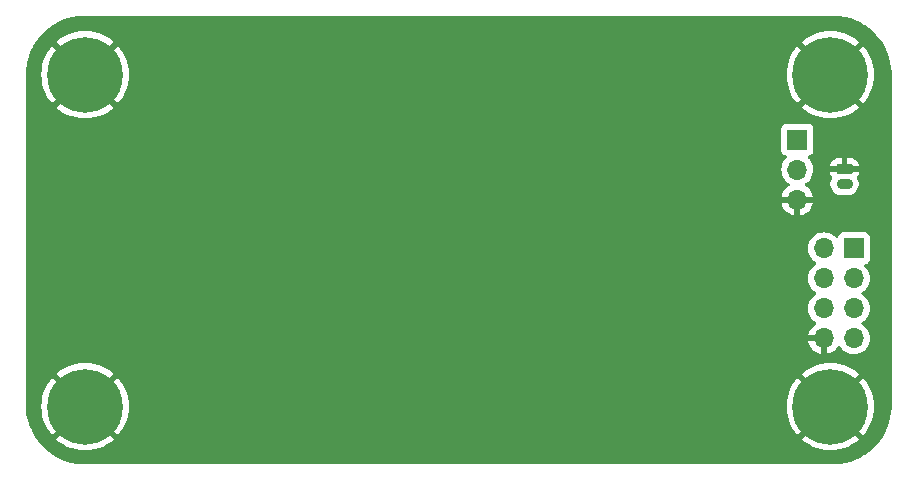
<source format=gbr>
%TF.GenerationSoftware,KiCad,Pcbnew,8.0.2*%
%TF.CreationDate,2024-06-01T14:05:18+02:00*%
%TF.ProjectId,dht,6468742e-6b69-4636-9164-5f7063625858,rev?*%
%TF.SameCoordinates,Original*%
%TF.FileFunction,Copper,L2,Bot*%
%TF.FilePolarity,Positive*%
%FSLAX46Y46*%
G04 Gerber Fmt 4.6, Leading zero omitted, Abs format (unit mm)*
G04 Created by KiCad (PCBNEW 8.0.2) date 2024-06-01 14:05:18*
%MOMM*%
%LPD*%
G01*
G04 APERTURE LIST*
G04 Aperture macros list*
%AMRoundRect*
0 Rectangle with rounded corners*
0 $1 Rounding radius*
0 $2 $3 $4 $5 $6 $7 $8 $9 X,Y pos of 4 corners*
0 Add a 4 corners polygon primitive as box body*
4,1,4,$2,$3,$4,$5,$6,$7,$8,$9,$2,$3,0*
0 Add four circle primitives for the rounded corners*
1,1,$1+$1,$2,$3*
1,1,$1+$1,$4,$5*
1,1,$1+$1,$6,$7*
1,1,$1+$1,$8,$9*
0 Add four rect primitives between the rounded corners*
20,1,$1+$1,$2,$3,$4,$5,0*
20,1,$1+$1,$4,$5,$6,$7,0*
20,1,$1+$1,$6,$7,$8,$9,0*
20,1,$1+$1,$8,$9,$2,$3,0*%
G04 Aperture macros list end*
%TA.AperFunction,ComponentPad*%
%ADD10RoundRect,0.225000X-0.475000X0.225000X-0.475000X-0.225000X0.475000X-0.225000X0.475000X0.225000X0*%
%TD*%
%TA.AperFunction,ComponentPad*%
%ADD11O,1.400000X0.900000*%
%TD*%
%TA.AperFunction,ComponentPad*%
%ADD12C,0.800000*%
%TD*%
%TA.AperFunction,ComponentPad*%
%ADD13C,6.400000*%
%TD*%
%TA.AperFunction,ComponentPad*%
%ADD14R,1.700000X1.700000*%
%TD*%
%TA.AperFunction,ComponentPad*%
%ADD15O,1.700000X1.700000*%
%TD*%
%TA.AperFunction,ViaPad*%
%ADD16C,0.700000*%
%TD*%
G04 APERTURE END LIST*
D10*
%TO.P,J2,1,Pin_1*%
%TO.N,GND*%
X166000000Y-83000000D03*
D11*
%TO.P,J2,2,Pin_2*%
%TO.N,VCC*%
X166000000Y-84250000D03*
%TD*%
D12*
%TO.P,H3,1,1*%
%TO.N,GND*%
X162402944Y-103100000D03*
X163105888Y-101402944D03*
X163105888Y-104797056D03*
X164802944Y-100700000D03*
D13*
X164802944Y-103100000D03*
D12*
X164802944Y-105500000D03*
X166500000Y-101402944D03*
X166500000Y-104797056D03*
X167202944Y-103100000D03*
%TD*%
%TO.P,H2,1,1*%
%TO.N,GND*%
X162402944Y-75000000D03*
X163105888Y-73302944D03*
X163105888Y-76697056D03*
X164802944Y-72600000D03*
D13*
X164802944Y-75000000D03*
D12*
X164802944Y-77400000D03*
X166500000Y-73302944D03*
X166500000Y-76697056D03*
X167202944Y-75000000D03*
%TD*%
%TO.P,H1,1,1*%
%TO.N,GND*%
X99297056Y-103100000D03*
X100000000Y-101402944D03*
X100000000Y-104797056D03*
X101697056Y-100700000D03*
D13*
X101697056Y-103100000D03*
D12*
X101697056Y-105500000D03*
X103394112Y-101402944D03*
X103394112Y-104797056D03*
X104097056Y-103100000D03*
%TD*%
D14*
%TO.P,J1,1,Pin_1*%
%TO.N,VCC*%
X166790000Y-89700000D03*
D15*
%TO.P,J1,2,Pin_2*%
%TO.N,unconnected-(J1-Pin_2-Pad2)*%
X164250000Y-89700000D03*
%TO.P,J1,3,Pin_3*%
%TO.N,unconnected-(J1-Pin_3-Pad3)*%
X166790000Y-92240000D03*
%TO.P,J1,4,Pin_4*%
%TO.N,unconnected-(J1-Pin_4-Pad4)*%
X164250000Y-92240000D03*
%TO.P,J1,5,Pin_5*%
%TO.N,unconnected-(J1-Pin_5-Pad5)*%
X166790000Y-94780000D03*
%TO.P,J1,6,Pin_6*%
%TO.N,IO2*%
X164250000Y-94780000D03*
%TO.P,J1,7,Pin_7*%
%TO.N,unconnected-(J1-Pin_7-Pad7)*%
X166790000Y-97320000D03*
%TO.P,J1,8,Pin_8*%
%TO.N,GND*%
X164250000Y-97320000D03*
%TD*%
D12*
%TO.P,H5,1,1*%
%TO.N,GND*%
X99297056Y-75000000D03*
X100000000Y-73302944D03*
X100000000Y-76697056D03*
X101697056Y-72600000D03*
D13*
X101697056Y-75000000D03*
D12*
X101697056Y-77400000D03*
X103394112Y-73302944D03*
X103394112Y-76697056D03*
X104097056Y-75000000D03*
%TD*%
D15*
%TO.P,J3,3,Pin_3*%
%TO.N,GND*%
X162000000Y-85580000D03*
%TO.P,J3,2,Pin_2*%
%TO.N,IO2*%
X162000000Y-83040000D03*
D14*
%TO.P,J3,1,Pin_1*%
%TO.N,VCC*%
X162000000Y-80500000D03*
%TD*%
D16*
%TO.N,GND*%
X164500000Y-87000000D03*
X161000000Y-91000000D03*
X161000000Y-87750000D03*
%TD*%
%TA.AperFunction,Conductor*%
%TO.N,GND*%
G36*
X165000641Y-70000006D02*
G01*
X165213481Y-70002328D01*
X165222915Y-70002792D01*
X165647552Y-70039943D01*
X165658270Y-70041354D01*
X166077393Y-70115256D01*
X166087921Y-70117590D01*
X166499033Y-70227747D01*
X166509322Y-70230992D01*
X166909255Y-70376555D01*
X166919221Y-70380683D01*
X167304942Y-70560547D01*
X167314528Y-70565538D01*
X167683088Y-70778326D01*
X167692207Y-70784135D01*
X168040820Y-71028237D01*
X168049402Y-71034822D01*
X168375420Y-71308383D01*
X168383395Y-71315692D01*
X168684307Y-71616604D01*
X168691616Y-71624579D01*
X168965177Y-71950597D01*
X168971762Y-71959179D01*
X169215864Y-72307792D01*
X169221676Y-72316916D01*
X169434459Y-72685467D01*
X169439454Y-72695062D01*
X169619310Y-73080764D01*
X169623450Y-73090759D01*
X169769003Y-73490664D01*
X169772256Y-73500980D01*
X169882405Y-73912061D01*
X169884746Y-73922623D01*
X169958644Y-74341725D01*
X169960056Y-74352450D01*
X169997206Y-74777073D01*
X169997671Y-74786527D01*
X169999993Y-74999357D01*
X170000000Y-75000710D01*
X170000000Y-102999289D01*
X169999993Y-103000642D01*
X169997671Y-103213472D01*
X169997206Y-103222926D01*
X169960056Y-103647549D01*
X169958644Y-103658274D01*
X169884746Y-104077376D01*
X169882405Y-104087938D01*
X169772256Y-104499019D01*
X169769003Y-104509335D01*
X169623450Y-104909240D01*
X169619310Y-104919235D01*
X169439454Y-105304937D01*
X169434459Y-105314532D01*
X169221676Y-105683083D01*
X169215864Y-105692207D01*
X168971762Y-106040820D01*
X168965177Y-106049402D01*
X168691616Y-106375420D01*
X168684307Y-106383395D01*
X168383395Y-106684307D01*
X168375420Y-106691616D01*
X168049402Y-106965177D01*
X168040820Y-106971762D01*
X167692207Y-107215864D01*
X167683083Y-107221676D01*
X167314532Y-107434459D01*
X167304937Y-107439454D01*
X166919235Y-107619310D01*
X166909240Y-107623450D01*
X166509335Y-107769003D01*
X166499019Y-107772256D01*
X166087938Y-107882405D01*
X166077376Y-107884746D01*
X165658274Y-107958644D01*
X165647549Y-107960056D01*
X165222926Y-107997206D01*
X165213472Y-107997671D01*
X165005455Y-107999940D01*
X165000640Y-107999993D01*
X164999290Y-108000000D01*
X156697056Y-108000000D01*
X101697769Y-108000000D01*
X101696415Y-107999993D01*
X101483585Y-107997669D01*
X101474131Y-107997204D01*
X101049511Y-107960051D01*
X101038786Y-107958639D01*
X100619687Y-107884738D01*
X100609125Y-107882397D01*
X100198046Y-107772245D01*
X100187730Y-107768992D01*
X99787825Y-107623435D01*
X99777831Y-107619295D01*
X99584985Y-107529368D01*
X99392132Y-107439438D01*
X99382552Y-107434451D01*
X99013979Y-107221653D01*
X99004856Y-107215840D01*
X98656259Y-106971746D01*
X98647677Y-106965161D01*
X98321674Y-106691610D01*
X98313698Y-106684302D01*
X98012767Y-106383369D01*
X98005459Y-106375393D01*
X97949488Y-106308689D01*
X97731912Y-106049388D01*
X97725327Y-106040806D01*
X97481231Y-105692198D01*
X97475419Y-105683075D01*
X97262632Y-105314516D01*
X97257637Y-105304920D01*
X97093322Y-104952543D01*
X97077782Y-104919217D01*
X97073651Y-104909245D01*
X96928093Y-104509325D01*
X96924840Y-104499008D01*
X96814694Y-104087934D01*
X96812353Y-104077373D01*
X96738454Y-103658270D01*
X96737042Y-103647545D01*
X96699890Y-103222891D01*
X96699427Y-103213473D01*
X96698167Y-103099999D01*
X97991978Y-103099999D01*
X97991978Y-103100000D01*
X98012275Y-103487287D01*
X98072942Y-103870323D01*
X98072943Y-103870330D01*
X98173318Y-104244936D01*
X98312300Y-104606994D01*
X98488366Y-104952543D01*
X98699587Y-105277793D01*
X98908151Y-105535350D01*
X98908152Y-105535350D01*
X100402804Y-104040698D01*
X100476644Y-104142330D01*
X100654726Y-104320412D01*
X100756356Y-104394251D01*
X99261704Y-105888903D01*
X99261705Y-105888904D01*
X99519262Y-106097468D01*
X99844512Y-106308689D01*
X100190061Y-106484755D01*
X100552119Y-106623737D01*
X100926725Y-106724112D01*
X100926732Y-106724113D01*
X101309768Y-106784780D01*
X101697055Y-106805078D01*
X101697057Y-106805078D01*
X102084343Y-106784780D01*
X102467379Y-106724113D01*
X102467386Y-106724112D01*
X102841992Y-106623737D01*
X103204050Y-106484755D01*
X103549599Y-106308689D01*
X103874839Y-106097476D01*
X103874841Y-106097475D01*
X104132405Y-105888902D01*
X102637754Y-104394251D01*
X102739386Y-104320412D01*
X102917468Y-104142330D01*
X102991307Y-104040698D01*
X104485958Y-105535349D01*
X104694531Y-105277785D01*
X104694532Y-105277783D01*
X104905745Y-104952543D01*
X105081811Y-104606994D01*
X105220793Y-104244936D01*
X105321168Y-103870330D01*
X105321169Y-103870323D01*
X105381836Y-103487287D01*
X105402134Y-103100000D01*
X105402134Y-103099999D01*
X161097866Y-103099999D01*
X161097866Y-103100000D01*
X161118163Y-103487287D01*
X161178830Y-103870323D01*
X161178831Y-103870330D01*
X161279206Y-104244936D01*
X161418188Y-104606994D01*
X161594254Y-104952543D01*
X161805475Y-105277793D01*
X162014039Y-105535350D01*
X162014040Y-105535350D01*
X163508692Y-104040698D01*
X163582532Y-104142330D01*
X163760614Y-104320412D01*
X163862244Y-104394251D01*
X162367592Y-105888903D01*
X162367593Y-105888904D01*
X162625150Y-106097468D01*
X162950400Y-106308689D01*
X163295949Y-106484755D01*
X163658007Y-106623737D01*
X164032613Y-106724112D01*
X164032620Y-106724113D01*
X164415656Y-106784780D01*
X164802943Y-106805078D01*
X164802945Y-106805078D01*
X165190231Y-106784780D01*
X165573267Y-106724113D01*
X165573274Y-106724112D01*
X165947880Y-106623737D01*
X166309938Y-106484755D01*
X166655487Y-106308689D01*
X166980727Y-106097476D01*
X166980729Y-106097475D01*
X167238293Y-105888902D01*
X165743642Y-104394251D01*
X165845274Y-104320412D01*
X166023356Y-104142330D01*
X166097195Y-104040698D01*
X167591846Y-105535349D01*
X167800419Y-105277785D01*
X167800420Y-105277783D01*
X168011633Y-104952543D01*
X168187699Y-104606994D01*
X168326681Y-104244936D01*
X168427056Y-103870330D01*
X168427057Y-103870323D01*
X168487724Y-103487287D01*
X168508022Y-103100000D01*
X168508022Y-103099999D01*
X168487724Y-102712712D01*
X168427057Y-102329676D01*
X168427056Y-102329669D01*
X168326681Y-101955063D01*
X168187699Y-101593005D01*
X168011633Y-101247456D01*
X167800412Y-100922206D01*
X167591848Y-100664649D01*
X167591847Y-100664648D01*
X166097195Y-102159300D01*
X166023356Y-102057670D01*
X165845274Y-101879588D01*
X165743642Y-101805748D01*
X167238294Y-100311096D01*
X167238294Y-100311095D01*
X166980737Y-100102531D01*
X166655487Y-99891310D01*
X166309938Y-99715244D01*
X165947880Y-99576262D01*
X165573274Y-99475887D01*
X165573267Y-99475886D01*
X165190231Y-99415219D01*
X164802945Y-99394922D01*
X164802943Y-99394922D01*
X164415656Y-99415219D01*
X164032620Y-99475886D01*
X164032613Y-99475887D01*
X163658007Y-99576262D01*
X163295949Y-99715244D01*
X162950400Y-99891310D01*
X162625150Y-100102531D01*
X162367592Y-100311095D01*
X162367592Y-100311096D01*
X163862245Y-101805748D01*
X163760614Y-101879588D01*
X163582532Y-102057670D01*
X163508692Y-102159300D01*
X162014040Y-100664648D01*
X162014039Y-100664648D01*
X161805475Y-100922206D01*
X161594254Y-101247456D01*
X161418188Y-101593005D01*
X161279206Y-101955063D01*
X161178831Y-102329669D01*
X161178830Y-102329676D01*
X161118163Y-102712712D01*
X161097866Y-103099999D01*
X105402134Y-103099999D01*
X105381836Y-102712712D01*
X105321169Y-102329676D01*
X105321168Y-102329669D01*
X105220793Y-101955063D01*
X105081811Y-101593005D01*
X104905745Y-101247456D01*
X104694524Y-100922206D01*
X104485960Y-100664649D01*
X104485959Y-100664648D01*
X102991307Y-102159300D01*
X102917468Y-102057670D01*
X102739386Y-101879588D01*
X102637754Y-101805748D01*
X104132406Y-100311096D01*
X104132406Y-100311095D01*
X103874849Y-100102531D01*
X103549599Y-99891310D01*
X103204050Y-99715244D01*
X102841992Y-99576262D01*
X102467386Y-99475887D01*
X102467379Y-99475886D01*
X102084343Y-99415219D01*
X101697057Y-99394922D01*
X101697055Y-99394922D01*
X101309768Y-99415219D01*
X100926732Y-99475886D01*
X100926725Y-99475887D01*
X100552119Y-99576262D01*
X100190061Y-99715244D01*
X99844512Y-99891310D01*
X99519262Y-100102531D01*
X99261704Y-100311095D01*
X99261704Y-100311096D01*
X100756357Y-101805748D01*
X100654726Y-101879588D01*
X100476644Y-102057670D01*
X100402804Y-102159300D01*
X98908152Y-100664648D01*
X98908151Y-100664648D01*
X98699587Y-100922206D01*
X98488366Y-101247456D01*
X98312300Y-101593005D01*
X98173318Y-101955063D01*
X98072943Y-102329669D01*
X98072942Y-102329676D01*
X98012275Y-102712712D01*
X97991978Y-103099999D01*
X96698167Y-103099999D01*
X96697064Y-103000720D01*
X96697056Y-102999343D01*
X96697056Y-89699999D01*
X162894341Y-89699999D01*
X162894341Y-89700000D01*
X162914936Y-89935403D01*
X162914938Y-89935413D01*
X162976094Y-90163655D01*
X162976096Y-90163659D01*
X162976097Y-90163663D01*
X163060499Y-90344663D01*
X163075965Y-90377830D01*
X163075967Y-90377834D01*
X163211501Y-90571395D01*
X163211506Y-90571402D01*
X163378597Y-90738493D01*
X163378603Y-90738498D01*
X163564158Y-90868425D01*
X163607783Y-90923002D01*
X163614977Y-90992500D01*
X163583454Y-91054855D01*
X163564158Y-91071575D01*
X163378597Y-91201505D01*
X163211505Y-91368597D01*
X163075965Y-91562169D01*
X163075964Y-91562171D01*
X162976098Y-91776335D01*
X162976094Y-91776344D01*
X162914938Y-92004586D01*
X162914936Y-92004596D01*
X162894341Y-92239999D01*
X162894341Y-92240000D01*
X162914936Y-92475403D01*
X162914938Y-92475413D01*
X162976094Y-92703655D01*
X162976096Y-92703659D01*
X162976097Y-92703663D01*
X162980000Y-92712032D01*
X163075965Y-92917830D01*
X163075967Y-92917834D01*
X163184281Y-93072521D01*
X163211501Y-93111396D01*
X163211506Y-93111402D01*
X163378597Y-93278493D01*
X163378603Y-93278498D01*
X163564158Y-93408425D01*
X163607783Y-93463002D01*
X163614977Y-93532500D01*
X163583454Y-93594855D01*
X163564158Y-93611575D01*
X163378597Y-93741505D01*
X163211505Y-93908597D01*
X163075965Y-94102169D01*
X163075964Y-94102171D01*
X162976098Y-94316335D01*
X162976094Y-94316344D01*
X162914938Y-94544586D01*
X162914936Y-94544596D01*
X162894341Y-94779999D01*
X162894341Y-94780000D01*
X162914936Y-95015403D01*
X162914938Y-95015413D01*
X162976094Y-95243655D01*
X162976096Y-95243659D01*
X162976097Y-95243663D01*
X162980000Y-95252032D01*
X163075965Y-95457830D01*
X163075967Y-95457834D01*
X163184281Y-95612521D01*
X163211501Y-95651396D01*
X163211506Y-95651402D01*
X163378597Y-95818493D01*
X163378603Y-95818498D01*
X163564594Y-95948730D01*
X163608219Y-96003307D01*
X163615413Y-96072805D01*
X163583890Y-96135160D01*
X163564595Y-96151880D01*
X163378922Y-96281890D01*
X163378920Y-96281891D01*
X163211891Y-96448920D01*
X163211886Y-96448926D01*
X163076400Y-96642420D01*
X163076399Y-96642422D01*
X162976570Y-96856507D01*
X162976567Y-96856513D01*
X162919364Y-97069999D01*
X162919364Y-97070000D01*
X163816988Y-97070000D01*
X163784075Y-97127007D01*
X163750000Y-97254174D01*
X163750000Y-97385826D01*
X163784075Y-97512993D01*
X163816988Y-97570000D01*
X162919364Y-97570000D01*
X162976567Y-97783486D01*
X162976570Y-97783492D01*
X163076399Y-97997578D01*
X163211894Y-98191082D01*
X163378917Y-98358105D01*
X163572421Y-98493600D01*
X163786507Y-98593429D01*
X163786516Y-98593433D01*
X164000000Y-98650634D01*
X164000000Y-97753012D01*
X164057007Y-97785925D01*
X164184174Y-97820000D01*
X164315826Y-97820000D01*
X164442993Y-97785925D01*
X164500000Y-97753012D01*
X164500000Y-98650633D01*
X164713483Y-98593433D01*
X164713492Y-98593429D01*
X164927578Y-98493600D01*
X165121082Y-98358105D01*
X165288105Y-98191082D01*
X165418119Y-98005405D01*
X165472696Y-97961781D01*
X165542195Y-97954588D01*
X165604549Y-97986110D01*
X165621269Y-98005405D01*
X165751505Y-98191401D01*
X165918599Y-98358495D01*
X166015384Y-98426265D01*
X166112165Y-98494032D01*
X166112167Y-98494033D01*
X166112170Y-98494035D01*
X166326337Y-98593903D01*
X166554592Y-98655063D01*
X166742918Y-98671539D01*
X166789999Y-98675659D01*
X166790000Y-98675659D01*
X166790001Y-98675659D01*
X166829234Y-98672226D01*
X167025408Y-98655063D01*
X167253663Y-98593903D01*
X167467830Y-98494035D01*
X167661401Y-98358495D01*
X167828495Y-98191401D01*
X167964035Y-97997830D01*
X168063903Y-97783663D01*
X168125063Y-97555408D01*
X168145659Y-97320000D01*
X168125063Y-97084592D01*
X168063903Y-96856337D01*
X167964035Y-96642171D01*
X167958731Y-96634595D01*
X167828494Y-96448597D01*
X167661402Y-96281506D01*
X167661396Y-96281501D01*
X167475842Y-96151575D01*
X167432217Y-96096998D01*
X167425023Y-96027500D01*
X167456546Y-95965145D01*
X167475842Y-95948425D01*
X167498026Y-95932891D01*
X167661401Y-95818495D01*
X167828495Y-95651401D01*
X167964035Y-95457830D01*
X168063903Y-95243663D01*
X168125063Y-95015408D01*
X168145659Y-94780000D01*
X168125063Y-94544592D01*
X168063903Y-94316337D01*
X167964035Y-94102171D01*
X167958425Y-94094158D01*
X167828494Y-93908597D01*
X167661402Y-93741506D01*
X167661396Y-93741501D01*
X167475842Y-93611575D01*
X167432217Y-93556998D01*
X167425023Y-93487500D01*
X167456546Y-93425145D01*
X167475842Y-93408425D01*
X167498026Y-93392891D01*
X167661401Y-93278495D01*
X167828495Y-93111401D01*
X167964035Y-92917830D01*
X168063903Y-92703663D01*
X168125063Y-92475408D01*
X168145659Y-92240000D01*
X168125063Y-92004592D01*
X168063903Y-91776337D01*
X167964035Y-91562171D01*
X167958424Y-91554158D01*
X167828496Y-91368600D01*
X167828493Y-91368597D01*
X167706567Y-91246671D01*
X167673084Y-91185351D01*
X167678068Y-91115659D01*
X167719939Y-91059725D01*
X167750915Y-91042810D01*
X167882331Y-90993796D01*
X167997546Y-90907546D01*
X168083796Y-90792331D01*
X168134091Y-90657483D01*
X168140500Y-90597873D01*
X168140499Y-88802128D01*
X168134091Y-88742517D01*
X168132810Y-88739083D01*
X168083797Y-88607671D01*
X168083793Y-88607664D01*
X167997547Y-88492455D01*
X167997544Y-88492452D01*
X167882335Y-88406206D01*
X167882328Y-88406202D01*
X167747482Y-88355908D01*
X167747483Y-88355908D01*
X167687883Y-88349501D01*
X167687881Y-88349500D01*
X167687873Y-88349500D01*
X167687864Y-88349500D01*
X165892129Y-88349500D01*
X165892123Y-88349501D01*
X165832516Y-88355908D01*
X165697671Y-88406202D01*
X165697664Y-88406206D01*
X165582455Y-88492452D01*
X165582452Y-88492455D01*
X165496206Y-88607664D01*
X165496203Y-88607669D01*
X165447189Y-88739083D01*
X165405317Y-88795016D01*
X165339853Y-88819433D01*
X165271580Y-88804581D01*
X165243326Y-88783430D01*
X165121402Y-88661506D01*
X165121395Y-88661501D01*
X164927834Y-88525967D01*
X164927830Y-88525965D01*
X164927828Y-88525964D01*
X164713663Y-88426097D01*
X164713659Y-88426096D01*
X164713655Y-88426094D01*
X164485413Y-88364938D01*
X164485403Y-88364936D01*
X164250001Y-88344341D01*
X164249999Y-88344341D01*
X164014596Y-88364936D01*
X164014586Y-88364938D01*
X163786344Y-88426094D01*
X163786335Y-88426098D01*
X163572171Y-88525964D01*
X163572169Y-88525965D01*
X163378597Y-88661505D01*
X163211505Y-88828597D01*
X163075965Y-89022169D01*
X163075964Y-89022171D01*
X162976098Y-89236335D01*
X162976094Y-89236344D01*
X162914938Y-89464586D01*
X162914936Y-89464596D01*
X162894341Y-89699999D01*
X96697056Y-89699999D01*
X96697056Y-83039999D01*
X160644341Y-83039999D01*
X160644341Y-83040000D01*
X160664936Y-83275403D01*
X160664938Y-83275413D01*
X160726094Y-83503655D01*
X160726096Y-83503659D01*
X160726097Y-83503663D01*
X160789014Y-83638588D01*
X160825965Y-83717830D01*
X160825967Y-83717834D01*
X160934281Y-83872521D01*
X160961505Y-83911401D01*
X161128599Y-84078495D01*
X161239834Y-84156383D01*
X161314594Y-84208730D01*
X161358219Y-84263307D01*
X161365413Y-84332805D01*
X161333890Y-84395160D01*
X161314595Y-84411880D01*
X161128922Y-84541890D01*
X161128920Y-84541891D01*
X160961891Y-84708920D01*
X160961886Y-84708926D01*
X160826400Y-84902420D01*
X160826399Y-84902422D01*
X160726570Y-85116507D01*
X160726567Y-85116513D01*
X160669364Y-85329999D01*
X160669364Y-85330000D01*
X161566988Y-85330000D01*
X161534075Y-85387007D01*
X161500000Y-85514174D01*
X161500000Y-85645826D01*
X161534075Y-85772993D01*
X161566988Y-85830000D01*
X160669364Y-85830000D01*
X160726567Y-86043486D01*
X160726570Y-86043492D01*
X160826399Y-86257578D01*
X160961894Y-86451082D01*
X161128917Y-86618105D01*
X161322421Y-86753600D01*
X161536507Y-86853429D01*
X161536516Y-86853433D01*
X161750000Y-86910634D01*
X161750000Y-86013012D01*
X161807007Y-86045925D01*
X161934174Y-86080000D01*
X162065826Y-86080000D01*
X162192993Y-86045925D01*
X162250000Y-86013012D01*
X162250000Y-86910633D01*
X162463483Y-86853433D01*
X162463492Y-86853429D01*
X162677578Y-86753600D01*
X162871082Y-86618105D01*
X163038105Y-86451082D01*
X163173600Y-86257578D01*
X163273429Y-86043492D01*
X163273432Y-86043486D01*
X163330636Y-85830000D01*
X162433012Y-85830000D01*
X162465925Y-85772993D01*
X162500000Y-85645826D01*
X162500000Y-85514174D01*
X162465925Y-85387007D01*
X162433012Y-85330000D01*
X163330636Y-85330000D01*
X163330635Y-85329999D01*
X163273432Y-85116513D01*
X163273429Y-85116507D01*
X163173600Y-84902422D01*
X163173599Y-84902420D01*
X163038113Y-84708926D01*
X163038108Y-84708920D01*
X162871078Y-84541890D01*
X162685405Y-84411879D01*
X162641780Y-84357302D01*
X162634588Y-84287804D01*
X162666110Y-84225449D01*
X162685406Y-84208730D01*
X162760164Y-84156384D01*
X162760171Y-84156379D01*
X164799500Y-84156379D01*
X164799500Y-84343620D01*
X164836025Y-84527243D01*
X164836027Y-84527251D01*
X164907676Y-84700228D01*
X164907681Y-84700237D01*
X165011697Y-84855907D01*
X165011700Y-84855911D01*
X165144088Y-84988299D01*
X165144092Y-84988302D01*
X165299762Y-85092318D01*
X165299768Y-85092321D01*
X165299769Y-85092322D01*
X165472749Y-85163973D01*
X165656379Y-85200499D01*
X165656383Y-85200500D01*
X165656384Y-85200500D01*
X166343617Y-85200500D01*
X166343618Y-85200499D01*
X166527251Y-85163973D01*
X166700231Y-85092322D01*
X166855908Y-84988302D01*
X166988302Y-84855908D01*
X167092322Y-84700231D01*
X167163973Y-84527251D01*
X167200500Y-84343616D01*
X167200500Y-84156384D01*
X167163973Y-83972749D01*
X167092322Y-83799769D01*
X167074152Y-83772576D01*
X167053274Y-83705901D01*
X167071716Y-83638588D01*
X167136544Y-83533487D01*
X167136547Y-83533481D01*
X167189855Y-83372606D01*
X167199999Y-83273322D01*
X167200000Y-83273309D01*
X167200000Y-83250000D01*
X166166988Y-83250000D01*
X166184205Y-83240060D01*
X166240060Y-83184205D01*
X166279556Y-83115796D01*
X166300000Y-83039496D01*
X166300000Y-82960504D01*
X166279556Y-82884204D01*
X166240060Y-82815795D01*
X166184205Y-82759940D01*
X166166988Y-82750000D01*
X166250000Y-82750000D01*
X167199999Y-82750000D01*
X167199999Y-82726692D01*
X167199998Y-82726677D01*
X167189855Y-82627392D01*
X167136547Y-82466518D01*
X167136542Y-82466507D01*
X167047575Y-82322271D01*
X167047572Y-82322267D01*
X166927732Y-82202427D01*
X166927728Y-82202424D01*
X166783492Y-82113457D01*
X166783481Y-82113452D01*
X166622606Y-82060144D01*
X166523322Y-82050000D01*
X166250000Y-82050000D01*
X166250000Y-82750000D01*
X166166988Y-82750000D01*
X166115796Y-82720444D01*
X166039496Y-82700000D01*
X165960504Y-82700000D01*
X165884204Y-82720444D01*
X165815795Y-82759940D01*
X165759940Y-82815795D01*
X165720444Y-82884204D01*
X165700000Y-82960504D01*
X165700000Y-83039496D01*
X165720444Y-83115796D01*
X165759940Y-83184205D01*
X165815795Y-83240060D01*
X165833012Y-83250000D01*
X164800001Y-83250000D01*
X164800001Y-83273322D01*
X164810144Y-83372607D01*
X164863452Y-83533481D01*
X164863454Y-83533486D01*
X164928283Y-83638589D01*
X164946723Y-83705981D01*
X164925847Y-83772576D01*
X164907680Y-83799764D01*
X164907676Y-83799771D01*
X164836027Y-83972748D01*
X164836025Y-83972756D01*
X164799500Y-84156379D01*
X162760171Y-84156379D01*
X162871401Y-84078495D01*
X163038495Y-83911401D01*
X163174035Y-83717830D01*
X163273903Y-83503663D01*
X163335063Y-83275408D01*
X163355659Y-83040000D01*
X163335063Y-82804592D01*
X163314186Y-82726677D01*
X164800000Y-82726677D01*
X164800000Y-82750000D01*
X165750000Y-82750000D01*
X165750000Y-82050000D01*
X165476693Y-82050000D01*
X165476676Y-82050001D01*
X165377392Y-82060144D01*
X165216518Y-82113452D01*
X165216507Y-82113457D01*
X165072271Y-82202424D01*
X165072267Y-82202427D01*
X164952427Y-82322267D01*
X164952424Y-82322271D01*
X164863457Y-82466507D01*
X164863452Y-82466518D01*
X164810144Y-82627393D01*
X164800000Y-82726677D01*
X163314186Y-82726677D01*
X163273903Y-82576337D01*
X163174035Y-82362171D01*
X163062179Y-82202424D01*
X163038496Y-82168600D01*
X162983348Y-82113452D01*
X162916567Y-82046671D01*
X162883084Y-81985351D01*
X162888068Y-81915659D01*
X162929939Y-81859725D01*
X162960915Y-81842810D01*
X163092331Y-81793796D01*
X163207546Y-81707546D01*
X163293796Y-81592331D01*
X163344091Y-81457483D01*
X163350500Y-81397873D01*
X163350499Y-79602128D01*
X163344091Y-79542517D01*
X163293796Y-79407669D01*
X163293795Y-79407668D01*
X163293793Y-79407664D01*
X163207547Y-79292455D01*
X163207544Y-79292452D01*
X163092335Y-79206206D01*
X163092328Y-79206202D01*
X162957482Y-79155908D01*
X162957483Y-79155908D01*
X162897883Y-79149501D01*
X162897881Y-79149500D01*
X162897873Y-79149500D01*
X162897864Y-79149500D01*
X161102129Y-79149500D01*
X161102123Y-79149501D01*
X161042516Y-79155908D01*
X160907671Y-79206202D01*
X160907664Y-79206206D01*
X160792455Y-79292452D01*
X160792452Y-79292455D01*
X160706206Y-79407664D01*
X160706202Y-79407671D01*
X160655908Y-79542517D01*
X160649501Y-79602116D01*
X160649501Y-79602123D01*
X160649500Y-79602135D01*
X160649500Y-81397870D01*
X160649501Y-81397876D01*
X160655908Y-81457483D01*
X160706202Y-81592328D01*
X160706206Y-81592335D01*
X160792452Y-81707544D01*
X160792455Y-81707547D01*
X160907664Y-81793793D01*
X160907671Y-81793797D01*
X161039081Y-81842810D01*
X161095015Y-81884681D01*
X161119432Y-81950145D01*
X161104580Y-82018418D01*
X161083430Y-82046673D01*
X160961503Y-82168600D01*
X160825965Y-82362169D01*
X160825964Y-82362171D01*
X160726098Y-82576335D01*
X160726094Y-82576344D01*
X160664938Y-82804586D01*
X160664936Y-82804596D01*
X160644341Y-83039999D01*
X96697056Y-83039999D01*
X96697056Y-75000710D01*
X96697060Y-74999999D01*
X97991978Y-74999999D01*
X97991978Y-75000000D01*
X98012275Y-75387287D01*
X98072942Y-75770323D01*
X98072943Y-75770330D01*
X98173318Y-76144936D01*
X98312300Y-76506994D01*
X98488366Y-76852543D01*
X98699587Y-77177793D01*
X98908151Y-77435350D01*
X98908152Y-77435350D01*
X100402804Y-75940698D01*
X100476644Y-76042330D01*
X100654726Y-76220412D01*
X100756356Y-76294251D01*
X99261704Y-77788903D01*
X99261705Y-77788904D01*
X99519262Y-77997468D01*
X99844512Y-78208689D01*
X100190061Y-78384755D01*
X100552119Y-78523737D01*
X100926725Y-78624112D01*
X100926732Y-78624113D01*
X101309768Y-78684780D01*
X101697055Y-78705078D01*
X101697057Y-78705078D01*
X102084343Y-78684780D01*
X102467379Y-78624113D01*
X102467386Y-78624112D01*
X102841992Y-78523737D01*
X103204050Y-78384755D01*
X103549599Y-78208689D01*
X103874839Y-77997476D01*
X103874841Y-77997475D01*
X104132405Y-77788902D01*
X102637754Y-76294251D01*
X102739386Y-76220412D01*
X102917468Y-76042330D01*
X102991307Y-75940698D01*
X104485958Y-77435349D01*
X104694531Y-77177785D01*
X104694532Y-77177783D01*
X104905745Y-76852543D01*
X105081811Y-76506994D01*
X105220793Y-76144936D01*
X105321168Y-75770330D01*
X105321169Y-75770323D01*
X105381836Y-75387287D01*
X105402134Y-75000000D01*
X105402134Y-74999999D01*
X161097866Y-74999999D01*
X161097866Y-75000000D01*
X161118163Y-75387287D01*
X161178830Y-75770323D01*
X161178831Y-75770330D01*
X161279206Y-76144936D01*
X161418188Y-76506994D01*
X161594254Y-76852543D01*
X161805475Y-77177793D01*
X162014039Y-77435350D01*
X162014040Y-77435350D01*
X163508692Y-75940698D01*
X163582532Y-76042330D01*
X163760614Y-76220412D01*
X163862244Y-76294251D01*
X162367592Y-77788903D01*
X162367593Y-77788904D01*
X162625150Y-77997468D01*
X162950400Y-78208689D01*
X163295949Y-78384755D01*
X163658007Y-78523737D01*
X164032613Y-78624112D01*
X164032620Y-78624113D01*
X164415656Y-78684780D01*
X164802943Y-78705078D01*
X164802945Y-78705078D01*
X165190231Y-78684780D01*
X165573267Y-78624113D01*
X165573274Y-78624112D01*
X165947880Y-78523737D01*
X166309938Y-78384755D01*
X166655487Y-78208689D01*
X166980727Y-77997476D01*
X166980729Y-77997475D01*
X167238293Y-77788902D01*
X165743642Y-76294251D01*
X165845274Y-76220412D01*
X166023356Y-76042330D01*
X166097195Y-75940698D01*
X167591846Y-77435349D01*
X167800419Y-77177785D01*
X167800420Y-77177783D01*
X168011633Y-76852543D01*
X168187699Y-76506994D01*
X168326681Y-76144936D01*
X168427056Y-75770330D01*
X168427057Y-75770323D01*
X168487724Y-75387287D01*
X168508022Y-75000000D01*
X168508022Y-74999999D01*
X168487724Y-74612712D01*
X168427057Y-74229676D01*
X168427056Y-74229669D01*
X168326681Y-73855063D01*
X168187699Y-73493005D01*
X168011633Y-73147456D01*
X167800412Y-72822206D01*
X167591848Y-72564649D01*
X167591847Y-72564648D01*
X166097195Y-74059300D01*
X166023356Y-73957670D01*
X165845274Y-73779588D01*
X165743642Y-73705748D01*
X167238294Y-72211096D01*
X167238294Y-72211095D01*
X166980737Y-72002531D01*
X166655487Y-71791310D01*
X166309938Y-71615244D01*
X165947880Y-71476262D01*
X165573274Y-71375887D01*
X165573267Y-71375886D01*
X165190231Y-71315219D01*
X164802945Y-71294922D01*
X164802943Y-71294922D01*
X164415656Y-71315219D01*
X164032620Y-71375886D01*
X164032613Y-71375887D01*
X163658007Y-71476262D01*
X163295949Y-71615244D01*
X162950400Y-71791310D01*
X162625150Y-72002531D01*
X162367592Y-72211095D01*
X162367592Y-72211096D01*
X163862245Y-73705748D01*
X163760614Y-73779588D01*
X163582532Y-73957670D01*
X163508692Y-74059300D01*
X162014040Y-72564648D01*
X162014039Y-72564648D01*
X161805475Y-72822206D01*
X161594254Y-73147456D01*
X161418188Y-73493005D01*
X161279206Y-73855063D01*
X161178831Y-74229669D01*
X161178830Y-74229676D01*
X161118163Y-74612712D01*
X161097866Y-74999999D01*
X105402134Y-74999999D01*
X105381836Y-74612712D01*
X105321169Y-74229676D01*
X105321168Y-74229669D01*
X105220793Y-73855063D01*
X105081811Y-73493005D01*
X104905745Y-73147456D01*
X104694524Y-72822206D01*
X104485960Y-72564649D01*
X104485959Y-72564648D01*
X102991307Y-74059300D01*
X102917468Y-73957670D01*
X102739386Y-73779588D01*
X102637754Y-73705748D01*
X104132406Y-72211096D01*
X104132406Y-72211095D01*
X103874849Y-72002531D01*
X103549599Y-71791310D01*
X103204050Y-71615244D01*
X102841992Y-71476262D01*
X102467386Y-71375887D01*
X102467379Y-71375886D01*
X102084343Y-71315219D01*
X101697057Y-71294922D01*
X101697055Y-71294922D01*
X101309768Y-71315219D01*
X100926732Y-71375886D01*
X100926725Y-71375887D01*
X100552119Y-71476262D01*
X100190061Y-71615244D01*
X99844512Y-71791310D01*
X99519262Y-72002531D01*
X99261704Y-72211095D01*
X99261704Y-72211096D01*
X100756357Y-73705748D01*
X100654726Y-73779588D01*
X100476644Y-73957670D01*
X100402804Y-74059300D01*
X98908152Y-72564648D01*
X98908151Y-72564648D01*
X98699587Y-72822206D01*
X98488366Y-73147456D01*
X98312300Y-73493005D01*
X98173318Y-73855063D01*
X98072943Y-74229669D01*
X98072942Y-74229676D01*
X98012275Y-74612712D01*
X97991978Y-74999999D01*
X96697060Y-74999999D01*
X96697063Y-74999358D01*
X96699384Y-74786527D01*
X96699849Y-74777072D01*
X96714229Y-74612712D01*
X96736998Y-74352441D01*
X96738410Y-74341723D01*
X96758167Y-74229676D01*
X96812312Y-73922606D01*
X96814650Y-73912061D01*
X96924799Y-73500974D01*
X96928051Y-73490661D01*
X97073613Y-73090729D01*
X97077734Y-73080781D01*
X97257606Y-72695041D01*
X97262593Y-72685463D01*
X97332346Y-72564648D01*
X97475386Y-72316893D01*
X97481194Y-72307777D01*
X97725298Y-71959157D01*
X97731869Y-71950594D01*
X98005437Y-71624565D01*
X98012724Y-71616612D01*
X98313681Y-71315652D01*
X98321631Y-71308368D01*
X98647663Y-71034792D01*
X98656219Y-71028227D01*
X99004845Y-70784113D01*
X99013941Y-70778317D01*
X99382544Y-70565502D01*
X99392100Y-70560528D01*
X99777824Y-70380658D01*
X99787798Y-70376526D01*
X100187737Y-70230958D01*
X100198020Y-70227716D01*
X100609124Y-70117557D01*
X100619666Y-70115220D01*
X101038784Y-70041315D01*
X101049501Y-70039904D01*
X101474126Y-70002751D01*
X101483597Y-70002287D01*
X101678045Y-70000203D01*
X101696404Y-70000007D01*
X101697732Y-70000000D01*
X164999290Y-70000000D01*
X165000641Y-70000006D01*
G37*
%TD.AperFunction*%
%TD*%
M02*

</source>
